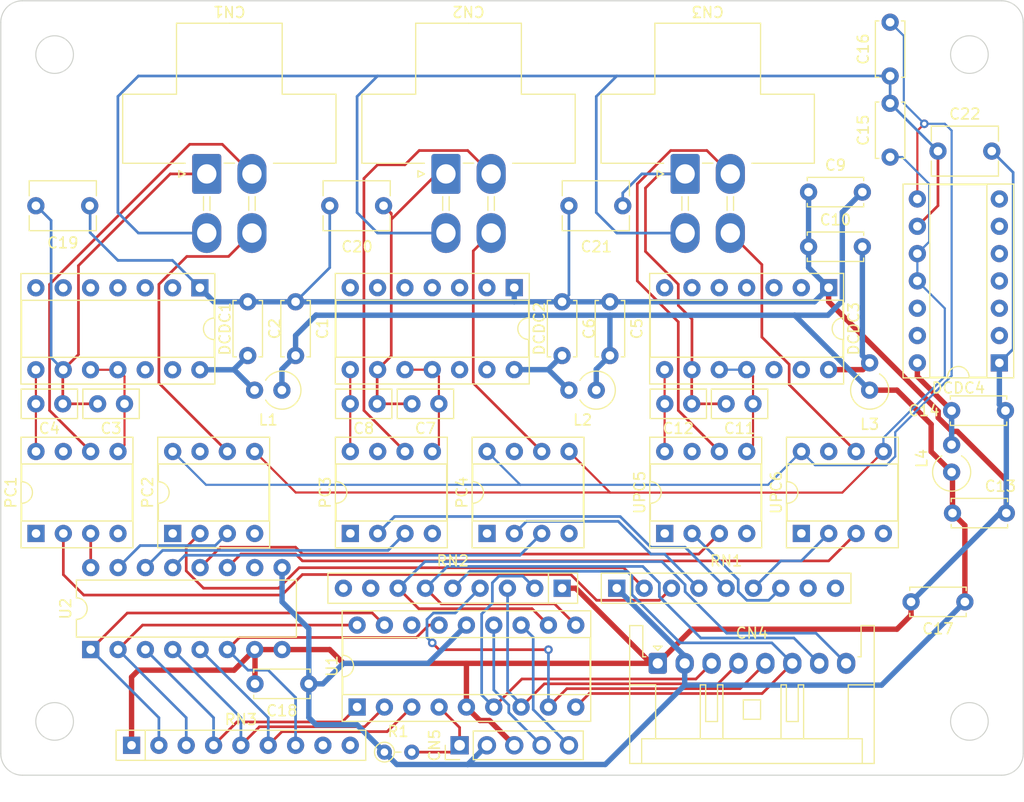
<source format=kicad_pcb>
(kicad_pcb (version 20221018) (generator pcbnew)
  (layers (0 "F.Cu" signal) (31 "B.Cu" signal) (34 "B.Paste" user) (35 "F.Paste" user) (36 "B.SilkS" user "B.Silkscreen") (37 "F.SilkS" user "F.Silkscreen") (38 "B.Mask" user) (39 "F.Mask" user) (44 "Edge.Cuts" user))
  (net 0 "")
  (net 1 "GND")
  (net 2 "+5V")
  (net 3 "/IN1")
  (net 4 "/IN2")
  (net 5 "/IN3")
  (net 6 "/~{SD1}")
  (net 7 "/~{SD2}")
  (net 8 "/~{SD3}")
  (net 9 "/~{MCLR}")
  (net 10 "/PGD")
  (net 11 "/PGC")
  (net 18 "/U_H+")
  (net 19 "/U_H-")
  (net 28 "/V_H+")
  (net 29 "/V_H-")
  (net 38 "/W_H+")
  (net 39 "/W_H-")
  (net 48 "/L+")
  (net 49 "/L-")
  (net 53 "Net-(PC1-A)")
  (net 54 "Net-(PC1-C)")
  (net 58 "Net-(PC2-A)")
  (net 59 "Net-(PC2-C)")
  (net 63 "Net-(PC3-A)")
  (net 64 "Net-(PC3-C)")
  (net 68 "Net-(PC4-A)")
  (net 69 "Net-(PC4-C)")
  (net 72 "Net-(RN1-R5)")
  (net 73 "Net-(RN1-R6)")
  (net 78 "/UH")
  (net 79 "/UL")
  (net 80 "/VH")
  (net 81 "/VL")
  (net 82 "/WH")
  (net 83 "/WL")
  (net 87 "Net-(U2-O6)")
  (net 88 "Net-(U2-O5)")
  (net 95 "/U_H0V")
  (net 96 "/U_HO")
  (net 97 "/L0V")
  (net 98 "/U_LO")
  (net 99 "/V_H0V")
  (net 100 "/V_HO")
  (net 101 "/V_LO")
  (net 102 "/W_H0V")
  (net 103 "/W_HO")
  (net 104 "/W_LO")
  (net 105 "Net-(DCDC1-VIN+)")
  (net 106 "Net-(DCDC2-VIN+)")
  (net 107 "Net-(DCDC3-VIN+)")
  (net 108 "Net-(DCDC4-VIN+)")
  (footprint "Capacitor_THT:C_Disc_D5.0mm_W2.5mm_P5.00mm" (layer "F.Cu") (at 97.155 67.985 -90)
    (fp_text reference "C6")
    (fp_text value "4.7u")
  )
  (footprint "Capacitor_THT:C_Disc_D5.0mm_W2.5mm_P2.50mm" (layer "F.Cu") (at 109.2 77.47 180)
    (fp_text reference "C12")
    (fp_text value "0.47u")
  )
  (footprint "Capacitor_THT:C_Disc_D5.0mm_W2.5mm_P5.00mm" (layer "F.Cu") (at 101.6 67.985 -90)
    (fp_text reference "C5")
    (fp_text value "4.7u")
  )
  (footprint "Resistor_THT:R_Axial_DIN0204_L3.6mm_D1.6mm_P2.54mm_Vertical" (layer "F.Cu") (at 80.645 109.855)
    (fp_text reference "R1")
    (fp_text value "22k")
  )
  (footprint "Capacitor_THT:C_Disc_D5.0mm_W2.5mm_P5.00mm" (layer "F.Cu") (at 67.945 67.985 -90)
    (fp_text reference "C2")
    (fp_text value "4.7u")
  )
  (footprint "Inductor_THT:L_Axial_L7.0mm_D3.3mm_P2.54mm_Vertical_Fastron_MICC" (layer "F.Cu") (at 100.33 76.2 180)
    (fp_text reference "L2")
    (fp_text value "6.8u")
  )
  (footprint "Capacitor_THT:C_Disc_D5.0mm_W2.5mm_P5.00mm" (layer "F.Cu") (at 73.62 103.505 180)
    (fp_text reference "C18")
    (fp_text value "0.1u")
  )
  (footprint "Package_DIP:DIP-14_W7.62mm_Socket" (layer "F.Cu") (at 63.5 66.685 -90)
    (fp_text reference "DCDC1")
    (fp_text value "A2415D-1WR3")
  )
  (footprint "Package_DIP:DIP-16_W7.62mm" (layer "F.Cu") (at 53.355 100.32 90)
    (fp_text reference "U2")
    (fp_text value "TBD62003APG")
  )
  (footprint "Package_DIP:DIP-8_W7.62mm_Socket" (layer "F.Cu") (at 90.18 89.525 90)
    (fp_text reference "PC4")
    (fp_text value "TLP250H")
  )
  (footprint "Resistor_THT:R_Array_SIP9" (layer "F.Cu") (at 57.15 109.22)
    (fp_text reference "RN3")
    (fp_text value "10k")
  )
  (footprint "Capacitor_THT:C_Disc_D5.0mm_W2.5mm_P2.50mm" (layer "F.Cu") (at 85.705 77.47 180)
    (fp_text reference "C7")
    (fp_text value "0.47u")
  )
  (footprint "Package_DIP:DIP-8_W7.62mm_Socket" (layer "F.Cu") (at 77.48 89.525 90)
    (fp_text reference "PC3")
    (fp_text value "TLP250H")
  )
  (footprint "Package_DIP:DIP-8_W7.62mm_Socket" (layer "F.Cu") (at 48.27 89.525 90)
    (fp_text reference "PC1")
    (fp_text value "TLP250H")
  )
  (footprint "Capacitor_THT:C_Disc_D5.0mm_W2.5mm_P5.00mm" (layer "F.Cu") (at 133.43 87.63)
    (fp_text reference "C13")
    (fp_text value "4.7u")
  )
  (footprint "Package_DIP:DIP-8_W7.62mm_Socket" (layer "F.Cu") (at 119.39 89.525 90)
    (fp_text reference "UPC6")
    (fp_text value "TLP250H")
  )
  (footprint "Capacitor_THT:C_Disc_D6.0mm_W4.4mm_P5.00mm" (layer "F.Cu") (at 53.26 59.055 180)
    (fp_text reference "C19")
    (fp_text value "1000p")
  )
  (footprint "Package_DIP:DIP-14_W7.62mm_Socket" (layer "F.Cu") (at 121.92 66.675 -90)
    (fp_text reference "DCDC3")
    (fp_text value "A2415D-1WR3")
  )
  (footprint "Resistor_THT:R_Array_SIP9" (layer "F.Cu") (at 97.155 94.615 180)
    (fp_text reference "RN2")
    (fp_text value "10k")
  )
  (footprint "Capacitor_THT:C_Disc_D5.0mm_W2.5mm_P5.00mm" (layer "F.Cu") (at 127.635 54.53 90)
    (fp_text reference "C15")
    (fp_text value "1u")
  )
  (footprint "Capacitor_THT:C_Disc_D6.0mm_W4.4mm_P5.00mm" (layer "F.Cu") (at 75.565 59.055)
    (fp_text reference "C20")
    (fp_text value "1000p")
  )
  (footprint "Package_DIP:DIP-8_W7.62mm_Socket" (layer "F.Cu") (at 60.97 89.525 90)
    (fp_text reference "PC2")
    (fp_text value "TLP250H")
  )
  (footprint "Package_DIP:DIP-18_W7.62mm_Socket" (layer "F.Cu") (at 78.105 105.664 90)
    (fp_text reference "U1")
    (fp_text value "PIC16F88-IP")
  )
  (footprint "Resistor_THT:R_Array_SIP9" (layer "F.Cu") (at 102.235 94.615)
    (fp_text reference "RN1")
    (fp_text value "R_Network08")
  )
  (footprint "Package_DIP:DIP-14_W7.62mm_Socket" (layer "F.Cu") (at 137.785 73.665 180)
    (fp_text reference "DCDC4")
    (fp_text value "A2415D-2WR3")
  )
  (footprint "Capacitor_THT:C_Disc_D5.0mm_W2.5mm_P2.50mm" (layer "F.Cu") (at 114.895 77.47 180)
    (fp_text reference "C11")
    (fp_text value "0.47u")
  )
  (footprint "Connector_PinHeader_2.54mm:PinHeader_1x05_P2.54mm_Vertical" (layer "F.Cu") (at 87.63 109.22 90)
    (fp_text reference "CN5")
    (fp_text value "PinHeader_5P")
  )
  (footprint "Capacitor_THT:C_Disc_D5.0mm_W2.5mm_P2.50mm" (layer "F.Cu") (at 50.76 77.47 180)
    (fp_text reference "C4")
    (fp_text value "0.47u")
  )
  (footprint "Inductor_THT:L_Axial_L7.0mm_D3.3mm_P2.54mm_Vertical_Fastron_MICC" (layer "F.Cu") (at 133.35 83.82 90)
    (fp_text reference "L4")
    (fp_text value "6.8u")
  )
  (footprint "Package_DIP:DIP-14_W7.62mm_Socket" (layer "F.Cu") (at 92.71 66.675 -90)
    (fp_text reference "DCDC2")
    (fp_text value "A2415D-1WR3")
  )
  (footprint "Capacitor_THT:C_Disc_D6.0mm_W4.4mm_P5.00mm" (layer "F.Cu") (at 132.08 53.975)
    (fp_text reference "C22")
    (fp_text value "1000p")
  )
  (footprint "Capacitor_THT:C_Disc_D6.0mm_W4.4mm_P5.00mm" (layer "F.Cu") (at 97.79 59.055)
    (fp_text reference "C21")
    (fp_text value "1000p")
  )
  (footprint "Connector_Molex:Molex_Mini-Fit_Jr_5569-04A1_2x02_P4.20mm_Horizontal" (layer "F.Cu") (at 86.36 56.095)
    (fp_text reference "CN2")
    (fp_text value "Molex_5569_2x02")
  )
  (footprint "Capacitor_THT:C_Disc_D5.0mm_W2.5mm_P5.00mm" (layer "F.Cu") (at 134.58 95.885 180)
    (fp_text reference "C17")
    (fp_text value "50V 10u")
  )
  (footprint "Capacitor_THT:C_Disc_D5.0mm_W2.5mm_P5.00mm" (layer "F.Cu") (at 127.635 46.99 90)
    (fp_text reference "C16")
    (fp_text value "1u")
  )
  (footprint "Connector_Molex:Molex_Mini-Fit_Jr_5569-04A1_2x02_P4.20mm_Horizontal" (layer "F.Cu") (at 108.585 56.095)
    (fp_text reference "CN3")
    (fp_text value "Molex_5569_2x02")
  )
  (footprint "Capacitor_THT:C_Disc_D5.0mm_W2.5mm_P2.50mm" (layer "F.Cu") (at 56.495 77.47 180)
    (fp_text reference "C3")
    (fp_text value "0.47u")
  )
  (footprint "Connector_Molex:Molex_Mini-Fit_Jr_5569-04A1_2x02_P4.20mm_Horizontal" (layer "F.Cu") (at 64.135 56.095)
    (fp_text reference "CN1")
    (fp_text value "Molex_5569_2x02")
  )
  (footprint "Capacitor_THT:C_Disc_D5.0mm_W2.5mm_P5.00mm" (layer "F.Cu") (at 120.055 57.785)
    (fp_text reference "C9")
    (fp_text value "4.7u")
  )
  (footprint "Capacitor_THT:C_Disc_D5.0mm_W2.5mm_P5.00mm" (layer "F.Cu") (at 133.35 78.105)
    (fp_text reference "C14")
    (fp_text value "4.7u")
  )
  (footprint "Capacitor_THT:C_Disc_D5.0mm_W2.5mm_P2.50mm" (layer "F.Cu") (at 79.97 77.47 180)
    (fp_text reference "C8")
    (fp_text value "0.47u")
  )
  (footprint "Inductor_THT:L_Axial_L7.0mm_D3.3mm_P2.54mm_Vertical_Fastron_MICC" (layer "F.Cu") (at 71.12 76.2 180)
    (fp_text reference "L1")
    (fp_text value "6.8u")
  )
  (footprint "Capacitor_THT:C_Disc_D5.0mm_W2.5mm_P5.00mm" (layer "F.Cu") (at 120.055 62.865)
    (fp_text reference "C10")
    (fp_text value "4.7u")
  )
  (footprint "Package_DIP:DIP-8_W7.62mm_Socket" (layer "F.Cu") (at 106.69 89.525 90)
    (fp_text reference "UPC5")
    (fp_text value "TLP250H")
  )
  (footprint "Inductor_THT:L_Axial_L7.0mm_D3.3mm_P2.54mm_Vertical_Fastron_MICC" (layer "F.Cu") (at 125.73 76.2 90)
    (fp_text reference "L3")
    (fp_text value "6.8u")
  )
  (footprint "Capacitor_THT:C_Disc_D5.0mm_W2.5mm_P5.00mm" (layer "F.Cu") (at 72.39 67.985 -90)
    (fp_text reference "C1")
    (fp_text value "4.7u")
  )
  (footprint "Connector_JST:JST_XA_S08B-XASK-1N-BN_1x08_P2.50mm_Horizontal" (layer "F.Cu") (at 106.045 101.6)
    (fp_text reference "CN4")
    (fp_text value "JST_XA_8P_H")
  )
  (gr_arc (start 45 42) (mid 45.585786 40.585786) (end 47 40) (stroke (width 0.1)) (layer "Edge.Cuts"))
  (gr_circle (center 50 45) (end 50 46.75) (stroke (width 0.1)) (fill none) (layer "Edge.Cuts"))
  (gr_line (start 138 40) (end 47 40) (stroke (width 0.1)) (layer "Edge.Cuts"))
  (gr_arc (start 140 110) (mid 139.414214 111.414214) (end 138 112) (stroke (width 0.1)) (layer "Edge.Cuts"))
  (gr_line (start 45 42) (end 45 110) (stroke (width 0.1)) (layer "Edge.Cuts"))
  (gr_line (start 140 110) (end 140 42) (stroke (width 0.1)) (layer "Edge.Cuts"))
  (gr_arc (start 47 112) (mid 45.585786 111.414214) (end 45 110) (stroke (width 0.1)) (layer "Edge.Cuts"))
  (gr_line (start 47 112) (end 138 112) (stroke (width 0.1)) (layer "Edge.Cuts"))
  (gr_circle (center 135 107) (end 135 108.75) (stroke (width 0.1)) (fill none) (layer "Edge.Cuts"))
  (gr_circle (center 50 107) (end 50 108.75) (stroke (width 0.1)) (fill none) (layer "Edge.Cuts"))
  (gr_arc (start 138 40) (mid 139.414214 40.585786) (end 140 42) (stroke (width 0.1)) (layer "Edge.Cuts"))
  (gr_circle (center 135 45) (end 135 46.75) (stroke (width 0.1)) (fill none) (layer "Edge.Cuts"))
  (segment (start 132.1 78.76) (end 133.37 80.03) (width 0.5) (layer "F.Cu") (net 1))
  (segment (start 88.265 105.664) (end 89.515 106.914) (width 0.5) (layer "F.Cu") (net 1))
  (segment (start 129.58 97.115) (end 128.27 98.425) (width 0.5) (layer "F.Cu") (net 1))
  (segment (start 68.62 100.345) (end 68.595 100.32) (width 0.5) (layer "F.Cu") (net 1))
  (segment (start 68.595 100.32) (end 66.68 102.235) (width 0.5) (layer "F.Cu") (net 1))
  (segment (start 68.62 103.505) (end 68.62 100.345) (width 0.5) (layer "F.Cu") (net 1))
  (segment (start 89.515 106.914) (end 90.404 106.914) (width 0.5) (layer "F.Cu") (net 1))
  (segment (start 57.15 102.87) (end 57.15 109.22) (width 0.5) (layer "F.Cu") (net 1))
  (segment (start 66.68 102.235) (end 57.785 102.235) (width 0.5) (layer "F.Cu") (net 1))
  (segment (start 88.265 105.664) (end 88.265 101.6) (width 0.5) (layer "F.Cu") (net 1))
  (segment (start 97.17 94.615) (end 98.425 94.615) (width 0.5) (layer "F.Cu") (net 1))
  (segment (start 76.835 101.6) (end 75.555 100.32) (width 0.5) (layer "F.Cu") (net 1))
  (segment (start 106.045 101.6) (end 109.22 98.425) (width 0.5) (layer "F.Cu") (net 1))
  (segment (start 121.92 66.675) (end 121.92 67.975) (width 0.5) (layer "F.Cu") (net 1))
  (segment (start 109.22 98.425) (end 128.27 98.425) (width 0.5) (layer "F.Cu") (net 1))
  (segment (start 132.1 78.155) (end 132.1 78.76) (width 0.5) (layer "F.Cu") (net 1))
  (segment (start 90.404 106.914) (end 92.71 109.22) (width 0.5) (layer "F.Cu") (net 1))
  (segment (start 88.265 101.6) (end 106.045 101.6) (width 0.5) (layer "F.Cu") (net 1))
  (segment (start 133.37 80.03) (end 133.867767 80.03) (width 0.5) (layer "F.Cu") (net 1))
  (segment (start 57.785 102.235) (end 57.15 102.87) (width 0.5) (layer "F.Cu") (net 1))
  (segment (start 105.41 101.6) (end 106.045 101.6) (width 0.5) (layer "F.Cu") (net 1))
  (segment (start 129.58 95.885) (end 129.58 97.115) (width 0.5) (layer "F.Cu") (net 1))
  (segment (start 138.43 84.592233) (end 138.43 87.63) (width 0.5) (layer "F.Cu") (net 1))
  (segment (start 88.265 101.6) (end 76.835 101.6) (width 0.5) (layer "F.Cu") (net 1))
  (segment (start 133.867767 80.03) (end 138.43 84.592233) (width 0.5) (layer "F.Cu") (net 1))
  (segment (start 98.425 94.615) (end 105.41 101.6) (width 0.5) (layer "F.Cu") (net 1))
  (segment (start 75.555 100.32) (end 68.595 100.32) (width 0.5) (layer "F.Cu") (net 1))
  (segment (start 121.92 67.975) (end 132.1 78.155) (width 0.5) (layer "F.Cu") (net 1))
  (segment (start 138.43 78.185) (end 138.35 78.105) (width 0.5) (layer "B.Cu") (net 1))
  (segment (start 75.565 59.055) (end 75.565 64.81) (width 0.25) (layer "B.Cu") (net 1))
  (segment (start 137.785 77.54) (end 138.35 78.105) (width 0.5) (layer "B.Cu") (net 1))
  (segment (start 139.065 72.385) (end 139.065 55.96) (width 0.25) (layer "B.Cu") (net 1))
  (segment (start 137.785 73.665) (end 139.065 72.385) (width 0.25) (layer "B.Cu") (net 1))
  (segment (start 67.945 67.985) (end 64.8 67.985) (width 0.5) (layer "B.Cu") (net 1))
  (segment (start 92.71 66.675) (end 92.71 67.985) (width 0.5) (layer "B.Cu") (net 1))
  (segment (start 138.43 87.63) (end 138.43 78.185) (width 0.5) (layer "B.Cu") (net 1))
  (segment (start 92.71 67.985) (end 120.61 67.985) (width 0.5) (layer "B.Cu") (net 1))
  (segment (start 97.79 67.35) (end 97.155 67.985) (width 0.25) (layer "B.Cu") (net 1))
  (segment (start 120.055 64.81) (end 121.92 66.675) (width 0.5) (layer "B.Cu") (net 1))
  (segment (start 129.58 95.885) (end 137.835 87.63) (width 0.5) (layer "B.Cu") (net 1))
  (segment (start 67.945 67.985) (end 92.71 67.985) (width 0.5) (layer "B.Cu") (net 1))
  (segment (start 64.8 67.985) (end 63.5 66.685) (width 0.5) (layer "B.Cu") (net 1))
  (segment (start 53.3 61.555) (end 53.3 59.055) (width 0.25) (layer "B.Cu") (net 1))
  (segment (start 97.79 59.055) (end 97.79 67.35) (width 0.25) (layer "B.Cu") (net 1))
  (segment (start 55.88 64.135) (end 53.3 61.555) (width 0.25) (layer "B.Cu") (net 1))
  (segment (start 120.055 57.785) (end 120.055 62.865) (width 0.5) (layer "B.Cu") (net 1))
  (segment (start 137.835 87.63) (end 138.43 87.63) (width 0.5) (layer "B.Cu") (net 1))
  (segment (start 137.785 73.665) (end 137.785 77.54) (width 0.5) (layer "B.Cu") (net 1))
  (segment (start 120.055 62.865) (end 120.055 64.81) (width 0.5) (layer "B.Cu") (net 1))
  (segment (start 120.61 67.985) (end 121.92 66.675) (width 0.5) (layer "B.Cu") (net 1))
  (segment (start 139.065 55.96) (end 137.08 53.975) (width 0.25) (layer "B.Cu") (net 1))
  (segment (start 63.5 66.685) (end 60.95 64.135) (width 0.25) (layer "B.Cu") (net 1))
  (segment (start 60.95 64.135) (end 55.88 64.135) (width 0.25) (layer "B.Cu") (net 1))
  (segment (start 75.565 64.81) (end 72.39 67.985) (width 0.25) (layer "B.Cu") (net 1))
  (segment (start 133.43 87.63) (end 133.43 83.9) (width 0.5) (layer "F.Cu") (net 2))
  (segment (start 134.58 95.885) (end 134.58 88.78) (width 0.5) (layer "F.Cu") (net 2))
  (segment (start 131.445 79.375) (end 131.445 81.915) (width 0.5) (layer "F.Cu") (net 2))
  (segment (start 128.27 76.2) (end 131.445 79.375) (width 0.5) (layer "F.Cu") (net 2))
  (segment (start 125.73 76.2) (end 128.27 76.2) (width 0.5) (layer "F.Cu") (net 2))
  (segment (start 134.58 88.78) (end 133.43 87.63) (width 0.5) (layer "F.Cu") (net 2))
  (segment (start 131.445 81.915) (end 133.35 83.82) (width 0.5) (layer "F.Cu") (net 2))
  (segment (start 133.43 83.9) (end 133.35 83.82) (width 0.5) (layer "F.Cu") (net 2))
  (segment (start 108.545 101.6) (end 108.545 103.625) (width 0.5) (layer "B.Cu") (net 2))
  (segment (start 102.235 94.615) (end 108.545 100.925) (width 0.5) (layer "B.Cu") (net 2))
  (segment (start 74.315 69.235) (end 101.6 69.235) (width 0.5) (layer "B.Cu") (net 2))
  (segment (start 74.295 107.315) (end 78.105 107.315) (width 0.5) (layer "B.Cu") (net 2))
  (segment (start 101.6 72.985) (end 101.6 69.235) (width 0.5) (layer "B.Cu") (net 2))
  (segment (start 81.795 111.005) (end 88.385 111.005) (width 0.5) (layer "B.Cu") (net 2))
  (segment (start 73.62 98.37) (end 73.62 103.505) (width 0.5) (layer "B.Cu") (net 2))
  (segment (start 108.545 100.925) (end 108.545 101.6) (width 0.5) (layer "B.Cu") (net 2))
  (segment (start 126.84 103.625) (end 134.58 95.885) (width 0.5) (layer "B.Cu") (net 2))
  (segment (start 108.545 103.625) (end 126.84 103.625) (width 0.5) (layer "B.Cu") (net 2))
  (segment (start 101.165 111.005) (end 88.385 111.005) (width 0.5) (layer "B.Cu") (net 2))
  (segment (start 71.135 95.885) (end 73.62 98.37) (width 0.5) (layer "B.Cu") (net 2))
  (segment (start 71.135 95.885) (end 71.135 92.7) (width 0.5) (layer "B.Cu") (net 2))
  (segment (start 71.12 74.255) (end 72.39 72.985) (width 0.5) (layer "B.Cu") (net 2))
  (segment (start 73.62 103.505) (end 73.62 106.64) (width 0.5) (layer "B.Cu") (net 2))
  (segment (start 72.39 72.985) (end 72.39 71.12) (width 0.5) (layer "B.Cu") (net 2))
  (segment (start 121.86 69.235) (end 118.765 69.235) (width 0.5) (layer "B.Cu") (net 2))
  (segment (start 123.19 59.65) (end 123.19 67.905) (width 0.5) (layer "B.Cu") (net 2))
  (segment (start 118.765 69.235) (end 125.73 76.2) (width 0.5) (layer "B.Cu") (net 2))
  (segment (start 108.545 103.625) (end 101.165 111.005) (width 0.5) (layer "B.Cu") (net 2))
  (segment (start 73.62 106.64) (end 74.295 107.315) (width 0.5) (layer "B.Cu") (net 2))
  (segment (start 74.295 69.215) (end 74.315 69.235) (width 0.5) (layer "B.Cu") (net 2))
  (segment (start 72.39 71.12) (end 74.295 69.215) (width 0.5) (layer "B.Cu") (net 2))
  (segment (start 71.12 76.2) (end 71.12 74.255) (width 0.5) (layer "B.Cu") (net 2))
  (segment (start 78.105 107.315) (end 80.645 109.855) (width 0.5) (layer "B.Cu") (net 2))
  (segment (start 123.19 67.905) (end 121.86 69.235) (width 0.5) (layer "B.Cu") (net 2))
  (segment (start 80.645 109.855) (end 81.795 111.005) (width 0.5) (layer "B.Cu") (net 2))
  (segment (start 76.835 101.6) (end 84.709 101.6) (width 0.5) (layer "B.Cu") (net 2))
  (segment (start 125.055 57.785) (end 123.19 59.65) (width 0.5) (layer "B.Cu") (net 2))
  (segment (start 84.709 101.6) (end 88.265 98.044) (width 0.5) (layer "B.Cu") (net 2))
  (segment (start 101.6 69.235) (end 118.765 69.235) (width 0.5) (layer "B.Cu") (net 2))
  (segment (start 100.33 74.255) (end 101.6 72.985) (width 0.5) (layer "B.Cu") (net 2))
  (segment (start 88.385 111.005) (end 90.17 109.22) (width 0.5) (layer "B.Cu") (net 2))
  (segment (start 100.33 76.2) (end 100.33 74.255) (width 0.5) (layer "B.Cu") (net 2))
  (segment (start 74.93 103.505) (end 76.835 101.6) (width 0.5) (layer "B.Cu") (net 2))
  (segment (start 73.62 103.505) (end 74.93 103.505) (width 0.5) (layer "B.Cu") (net 2))
  (segment (start 109.59 103.055) (end 111.045 101.6) (width 0.25) (layer "F.Cu") (net 3))
  (segment (start 93.414 103.055) (end 109.59 103.055) (width 0.25) (layer "F.Cu") (net 3))
  (segment (start 90.805 105.664) (end 93.414 103.055) (width 0.25) (layer "F.Cu") (net 3))
  (segment (start 93.505 93.49) (end 91.295 93.49) (width 0.25) (layer "B.Cu") (net 3))
  (segment (start 90.675 94.11) (end 90.675 96.015) (width 0.25) (layer "B.Cu") (net 3))
  (segment (start 90.675 96.015) (end 89.68 97.01) (width 0.25) (layer "B.Cu") (net 3))
  (segment (start 91.295 93.49) (end 90.675 94.11) (width 0.25) (layer "B.Cu") (net 3))
  (segment (start 94.63 94.615) (end 93.505 93.49) (width 0.25) (layer "B.Cu") (net 3))
  (segment (start 89.68 97.01) (end 89.68 104.539) (width 0.25) (layer "B.Cu") (net 3))
  (segment (start 89.68 104.539) (end 90.805 105.664) (width 0.25) (layer "B.Cu") (net 3))
  (segment (start 111.64 103.505) (end 113.545 101.6) (width 0.25) (layer "F.Cu") (net 4))
  (segment (start 93.345 105.664) (end 95.504 103.505) (width 0.25) (layer "F.Cu") (net 4))
  (segment (start 95.504 103.505) (end 111.64 103.505) (width 0.25) (layer "F.Cu") (net 4))
  (segment (start 92.09 104.155) (end 92.09 94.615) (width 0.25) (layer "B.Cu") (net 4))
  (segment (start 92.09 104.155) (end 93.345 105.41) (width 0.25) (layer "B.Cu") (net 4))
  (segment (start 93.345 105.41) (end 93.345 105.664) (width 0.25) (layer "B.Cu") (net 4))
  (segment (start 85.725 100.33) (end 85.09 99.695) (width 0.25) (layer "F.Cu") (net 5))
  (segment (start 95.885 100.33) (end 85.725 100.33) (width 0.25) (layer "F.Cu") (net 5))
  (segment (start 113.69 103.955) (end 116.045 101.6) (width 0.25) (layer "F.Cu") (net 5))
  (segment (start 97.594 103.955) (end 113.69 103.955) (width 0.25) (layer "F.Cu") (net 5))
  (segment (start 95.885 105.664) (end 97.594 103.955) (width 0.25) (layer "F.Cu") (net 5))
  (via (at 95.885 100.33) (size 0.8) (drill 0.4) (layers "F.Cu" "B.Cu") (net 5))
  (via (at 85.09 99.695) (size 0.8) (drill 0.4) (layers "F.Cu" "B.Cu") (net 5))
  (segment (start 84.6 97.518) (end 84.6 99.205) (width 0.25) (layer "B.Cu") (net 5))
  (segment (start 87.231 96.919) (end 85.199 96.919) (width 0.25) (layer "B.Cu") (net 5))
  (segment (start 84.6 99.205) (end 85.09 99.695) (width 0.25) (layer "B.Cu") (net 5))
  (segment (start 89.535 94.615) (end 87.231 96.919) (width 0.25) (layer "B.Cu") (net 5))
  (segment (start 85.199 96.919) (end 84.6 97.518) (width 0.25) (layer "B.Cu") (net 5))
  (segment (start 95.885 105.664) (end 95.885 100.33) (width 0.25) (layer "B.Cu") (net 5))
  (segment (start 99.684 104.405) (end 115.74 104.405) (width 0.25) (layer "F.Cu") (net 6))
  (segment (start 98.425 105.664) (end 99.684 104.405) (width 0.25) (layer "F.Cu") (net 6))
  (segment (start 115.74 104.405) (end 118.545 101.6) (width 0.25) (layer "F.Cu") (net 6))
  (segment (start 103.65 93.49) (end 103.65 95.216828) (width 0.25) (layer "B.Cu") (net 6))
  (segment (start 116.64 99.695) (end 118.545 101.6) (width 0.25) (layer "B.Cu") (net 6))
  (segment (start 88.585 93.04) (end 103.2 93.04) (width 0.25) (layer "B.Cu") (net 6))
  (segment (start 103.2 93.04) (end 103.65 93.49) (width 0.25) (layer "B.Cu") (net 6))
  (segment (start 108.128172 99.695) (end 116.64 99.695) (width 0.25) (layer "B.Cu") (net 6))
  (segment (start 87.01 94.615) (end 88.585 93.04) (width 0.25) (layer "B.Cu") (net 6))
  (segment (start 103.65 95.216828) (end 108.128172 99.695) (width 0.25) (layer "B.Cu") (net 6))
  (segment (start 84.47 94.615) (end 85.925 96.07) (width 0.25) (layer "F.Cu") (net 7))
  (segment (start 98.425 98.044) (end 96.451 96.07) (width 0.25) (layer "F.Cu") (net 7))
  (segment (start 96.451 96.07) (end 85.925 96.07) (width 0.25) (layer "F.Cu") (net 7))
  (segment (start 86.495 92.59) (end 104.655 92.59) (width 0.25) (layer "B.Cu") (net 7))
  (segment (start 118.69 99.245) (end 121.045 101.6) (width 0.25) (layer "B.Cu") (net 7))
  (segment (start 106.19 95.395) (end 110.04 99.245) (width 0.25) (layer "B.Cu") (net 7))
  (segment (start 84.47 94.615) (end 86.495 92.59) (width 0.25) (layer "B.Cu") (net 7))
  (segment (start 110.04 99.245) (end 118.69 99.245) (width 0.25) (layer "B.Cu") (net 7))
  (segment (start 106.19 94.125) (end 106.19 95.395) (width 0.25) (layer "B.Cu") (net 7))
  (segment (start 104.655 92.59) (end 106.19 94.125) (width 0.25) (layer "B.Cu") (net 7))
  (segment (start 83.835 96.52) (end 81.93 94.615) (width 0.25) (layer "F.Cu") (net 8))
  (segment (start 94.361 96.52) (end 83.835 96.52) (width 0.25) (layer "F.Cu") (net 8))
  (segment (start 95.885 98.044) (end 94.361 96.52) (width 0.25) (layer "F.Cu") (net 8))
  (segment (start 81.93 94.615) (end 84.405 92.14) (width 0.25) (layer "B.Cu") (net 8))
  (segment (start 84.405 92.14) (end 106.430991 92.14) (width 0.25) (layer "B.Cu") (net 8))
  (segment (start 106.430991 92.14) (end 108.585 94.294009) (width 0.25) (layer "B.Cu") (net 8))
  (segment (start 112.444009 98.795) (end 120.74 98.795) (width 0.25) (layer "B.Cu") (net 8))
  (segment (start 108.585 94.935991) (end 112.444009 98.795) (width 0.25) (layer "B.Cu") (net 8))
  (segment (start 108.585 94.294009) (end 108.585 94.935991) (width 0.25) (layer "B.Cu") (net 8))
  (segment (start 120.74 98.795) (end 123.545 101.6) (width 0.25) (layer "B.Cu") (net 8))
  (segment (start 83.185 109.855) (end 86.995 109.855) (width 0.25) (layer "F.Cu") (net 9))
  (segment (start 87.63 109.22) (end 87.63 107.569) (width 0.25) (layer "F.Cu") (net 9))
  (segment (start 87.63 107.569) (end 85.725 105.664) (width 0.25) (layer "F.Cu") (net 9))
  (segment (start 86.995 109.855) (end 87.63 109.22) (width 0.25) (layer "F.Cu") (net 9))
  (segment (start 92.202 106.172) (end 95.25 109.22) (width 0.25) (layer "B.Cu") (net 10))
  (segment (start 90.805 104.073009) (end 92.202 105.470009) (width 0.25) (layer "B.Cu") (net 10))
  (segment (start 90.805 98.044) (end 90.805 104.073009) (width 0.25) (layer "B.Cu") (net 10))
  (segment (start 92.202 105.470009) (end 92.202 106.172) (width 0.25) (layer "B.Cu") (net 10))
  (segment (start 94.47 99.169) (end 94.47 105.9) (width 0.25) (layer "B.Cu") (net 11))
  (segment (start 93.345 98.044) (end 94.47 99.169) (width 0.25) (layer "B.Cu") (net 11))
  (segment (start 94.47 105.9) (end 97.79 109.22) (width 0.25) (layer "B.Cu") (net 11))
  (segment (start 48.26 81.895) (end 48.27 81.905) (width 0.2) (layer "F.Cu") (net 18))
  (segment (start 48.26 74.305) (end 48.26 81.895) (width 0.2) (layer "F.Cu") (net 18))
  (segment (start 56.495 74.92) (end 55.88 74.305) (width 0.2) (layer "F.Cu") (net 19))
  (segment (start 56.495 77.47) (end 56.495 74.92) (width 0.2) (layer "F.Cu") (net 19))
  (segment (start 56.495 81.3) (end 55.89 81.905) (width 0.2) (layer "F.Cu") (net 19))
  (segment (start 53.34 74.305) (end 55.88 74.305) (width 0.2) (layer "F.Cu") (net 19))
  (segment (start 56.495 77.47) (end 56.495 81.3) (width 0.2) (layer "F.Cu") (net 19))
  (segment (start 77.47 81.895) (end 77.48 81.905) (width 0.2) (layer "F.Cu") (net 28))
  (segment (start 77.47 74.295) (end 77.47 81.895) (width 0.2) (layer "F.Cu") (net 28))
  (segment (start 82.55 74.295) (end 85.09 74.295) (width 0.2) (layer "F.Cu") (net 29))
  (segment (start 85.705 77.47) (end 85.705 74.91) (width 0.2) (layer "F.Cu") (net 29))
  (segment (start 85.705 74.91) (end 85.09 74.295) (width 0.2) (layer "F.Cu") (net 29))
  (segment (start 85.705 81.3) (end 85.1 81.905) (width 0.2) (layer "F.Cu") (net 29))
  (segment (start 85.705 77.47) (end 85.705 81.3) (width 0.2) (layer "F.Cu") (net 29))
  (segment (start 106.68 81.895) (end 106.69 81.905) (width 0.2) (layer "F.Cu") (net 38))
  (segment (start 106.68 74.295) (end 106.68 81.895) (width 0.2) (layer "F.Cu") (net 38))
  (segment (start 114.895 81.32) (end 114.31 81.905) (width 0.2) (layer "F.Cu") (net 39))
  (segment (start 114.895 77.47) (end 114.895 74.89) (width 0.2) (layer "F.Cu") (net 39))
  (segment (start 114.895 74.89) (end 114.3 74.295) (width 0.2) (layer "F.Cu") (net 39))
  (segment (start 114.895 77.47) (end 114.895 81.32) (width 0.2) (layer "F.Cu") (net 39))
  (segment (start 111.76 74.295) (end 114.3 74.295) (width 0.2) (layer "B.Cu") (net 39))
  (segment (start 130.165 58.425) (end 130.165 52.08) (width 0.2) (layer "F.Cu") (net 48))
  (segment (start 130.165 52.08) (end 130.81 51.435) (width 0.2) (layer "F.Cu") (net 48))
  (via (at 130.81 51.435) (size 0.8) (drill 0.4) (layers "F.Cu" "B.Cu") (net 48))
  (segment (start 120.67 83.185) (end 119.39 81.905) (width 0.2) (layer "B.Cu") (net 48))
  (segment (start 128.905 43.26) (end 128.905 49.53) (width 0.2) (layer "B.Cu") (net 48))
  (segment (start 93.275 85) (end 64.065 85) (width 0.2) (layer "B.Cu") (net 48))
  (segment (start 128.11 80.100686) (end 128.11 82.360635) (width 0.2) (layer "B.Cu") (net 48))
  (segment (start 116.295 85) (end 93.275 85) (width 0.2) (layer "B.Cu") (net 48))
  (segment (start 93.275 85) (end 90.18 81.905) (width 0.2) (layer "B.Cu") (net 48))
  (segment (start 119.39 81.905) (end 116.295 85) (width 0.2) (layer "B.Cu") (net 48))
  (segment (start 130.81 51.435) (end 132.715 51.435) (width 0.2) (layer "B.Cu") (net 48))
  (segment (start 132.715 51.435) (end 133.35 52.07) (width 0.2) (layer "B.Cu") (net 48))
  (segment (start 133.35 74.860686) (end 128.11 80.100686) (width 0.2) (layer "B.Cu") (net 48))
  (segment (start 128.905 49.53) (end 130.81 51.435) (width 0.2) (layer "B.Cu") (net 48))
  (segment (start 133.35 52.07) (end 133.35 74.860686) (width 0.2) (layer "B.Cu") (net 48))
  (segment (start 127.635 41.99) (end 128.905 43.26) (width 0.2) (layer "B.Cu") (net 48))
  (segment (start 64.065 85) (end 60.97 81.905) (width 0.2) (layer "B.Cu") (net 48))
  (segment (start 127.285635 83.185) (end 120.67 83.185) (width 0.2) (layer "B.Cu") (net 48))
  (segment (start 128.11 82.360635) (end 127.285635 83.185) (width 0.2) (layer "B.Cu") (net 48))
  (segment (start 72.4 85.715) (end 68.59 81.905) (width 0.2) (layer "F.Cu") (net 49))
  (segment (start 101.62 85.725) (end 101.61 85.715) (width 0.2) (layer "F.Cu") (net 49))
  (segment (start 101.61 85.715) (end 97.8 81.905) (width 0.2) (layer "F.Cu") (net 49))
  (segment (start 123.19 85.725) (end 101.62 85.725) (width 0.2) (layer "F.Cu") (net 49))
  (segment (start 101.61 85.715) (end 72.4 85.715) (width 0.2) (layer "F.Cu") (net 49))
  (segment (start 127.01 81.905) (end 123.19 85.725) (width 0.2) (layer "F.Cu") (net 49))
  (segment (start 127.01 80.635) (end 127.01 81.905) (width 0.2) (layer "B.Cu") (net 49))
  (segment (start 132.715 74.93) (end 127.01 80.635) (width 0.2) (layer "B.Cu") (net 49))
  (segment (start 131.265 62.405) (end 130.165 63.505) (width 0.2) (layer "B.Cu") (net 49))
  (segment (start 131.265 57.02863) (end 131.265 62.405) (width 0.2) (layer "B.Cu") (net 49))
  (segment (start 130.165 66.045) (end 130.165 63.505) (width 0.2) (layer "B.Cu") (net 49))
  (segment (start 128.76637 54.53) (end 131.265 57.02863) (width 0.2) (layer "B.Cu") (net 49))
  (segment (start 127.635 54.53) (end 128.76637 54.53) (width 0.2) (layer "B.Cu") (net 49))
  (segment (start 132.715 68.595) (end 132.715 74.93) (width 0.2) (layer "B.Cu") (net 49))
  (segment (start 130.165 66.045) (end 132.715 68.595) (width 0.2) (layer "B.Cu") (net 49))
  (segment (start 106.19 95.74) (end 100.363172 95.74) (width 0.25) (layer "F.Cu") (net 53))
  (segment (start 52.705 95.25) (end 50.81 93.355) (width 0.25) (layer "F.Cu") (net 53))
  (segment (start 100.363172 95.74) (end 97.968172 93.345) (width 0.25) (layer "F.Cu") (net 53))
  (segment (start 71.12 95.25) (end 52.705 95.25) (width 0.25) (layer "F.Cu") (net 53))
  (segment (start 107.315 94.615) (end 106.19 95.74) (width 0.25) (layer "F.Cu") (net 53))
  (segment (start 97.968172 93.345) (end 73.025 93.345) (width 0.25) (layer "F.Cu") (net 53))
  (segment (start 50.81 93.355) (end 50.81 89.525) (width 0.25) (layer "F.Cu") (net 53))
  (segment (start 73.025 93.345) (end 71.12 95.25) (width 0.25) (layer "F.Cu") (net 53))
  (segment (start 53.355 89.53) (end 53.35 89.525) (width 0.25) (layer "F.Cu") (net 54))
  (segment (start 53.355 92.7) (end 53.355 89.53) (width 0.25) (layer "F.Cu") (net 54))
  (segment (start 63.839009 94.615) (end 62.23 93.005991) (width 0.25) (layer "F.Cu") (net 58))
  (segment (start 104.775 94.615) (end 102.87 92.71) (width 0.25) (layer "F.Cu") (net 58))
  (segment (start 62.23 90.805) (end 63.51 89.525) (width 0.25) (layer "F.Cu") (net 58))
  (segment (start 62.23 93.005991) (end 62.23 90.805) (width 0.25) (layer "F.Cu") (net 58))
  (segment (start 70.810991 94.615) (end 63.839009 94.615) (width 0.25) (layer "F.Cu") (net 58))
  (segment (start 72.715991 92.71) (end 70.810991 94.615) (width 0.25) (layer "F.Cu") (net 58))
  (segment (start 102.87 92.71) (end 72.715991 92.71) (width 0.25) (layer "F.Cu") (net 58))
  (segment (start 55.895 92.7) (end 57.945 90.65) (width 0.25) (layer "B.Cu") (net 59))
  (segment (start 57.945 90.65) (end 64.925 90.65) (width 0.25) (layer "B.Cu") (net 59))
  (segment (start 64.925 90.65) (end 66.05 89.525) (width 0.25) (layer "B.Cu") (net 59))
  (segment (start 108.585 90.805) (end 105.41 90.805) (width 0.25) (layer "B.Cu") (net 63))
  (segment (start 105.41 90.805) (end 102.555 87.95) (width 0.25) (layer "B.Cu") (net 63))
  (segment (start 102.555 87.95) (end 81.595 87.95) (width 0.25) (layer "B.Cu") (net 63))
  (segment (start 112.395 94.615) (end 108.585 90.805) (width 0.25) (layer "B.Cu") (net 63))
  (segment (start 81.595 87.95) (end 80.02 89.525) (width 0.25) (layer "B.Cu") (net 63))
  (segment (start 58.435 92.7) (end 60.035 91.1) (width 0.25) (layer "B.Cu") (net 64))
  (segment (start 60.035 91.1) (end 80.985 91.1) (width 0.25) (layer "B.Cu") (net 64))
  (segment (start 80.985 91.1) (end 82.56 89.525) (width 0.25) (layer "B.Cu") (net 64))
  (segment (start 106.68 91.44) (end 105.408604 91.44) (width 0.25) (layer "B.Cu") (net 68))
  (segment (start 105.408604 91.44) (end 102.368604 88.4) (width 0.25) (layer "B.Cu") (net 68))
  (segment (start 102.368604 88.4) (end 93.845 88.4) (width 0.25) (layer "B.Cu") (net 68))
  (segment (start 93.845 88.4) (end 92.72 89.525) (width 0.25) (layer "B.Cu") (net 68))
  (segment (start 109.855 94.615) (end 106.68 91.44) (width 0.25) (layer "B.Cu") (net 68))
  (segment (start 93.235 91.55) (end 95.26 89.525) (width 0.25) (layer "B.Cu") (net 69))
  (segment (start 60.975 92.7) (end 62.125 91.55) (width 0.25) (layer "B.Cu") (net 69))
  (segment (start 62.125 91.55) (end 93.235 91.55) (width 0.25) (layer "B.Cu") (net 69))
  (segment (start 117.475 92.075) (end 119.38 92.075) (width 0.25) (layer "B.Cu") (net 72))
  (segment (start 119.38 92.075) (end 121.93 89.525) (width 0.25) (layer "B.Cu") (net 72))
  (segment (start 114.935 94.615) (end 117.475 92.075) (width 0.25) (layer "B.Cu") (net 72))
  (segment (start 113.52 93.815) (end 109.23 89.525) (width 0.25) (layer "B.Cu") (net 73))
  (segment (start 113.52 94.935991) (end 113.52 93.815) (width 0.25) (layer "B.Cu") (net 73))
  (segment (start 117.475 94.615) (end 116.35 95.74) (width 0.25) (layer "B.Cu") (net 73))
  (segment (start 116.35 95.74) (end 114.324009 95.74) (width 0.25) (layer "B.Cu") (net 73))
  (segment (start 114.324009 95.74) (end 113.52 94.935991) (width 0.25) (layer "B.Cu") (net 73))
  (segment (start 53.355 100.32) (end 56.756 96.919) (width 0.25) (layer "F.Cu") (net 78))
  (segment (start 79.52 96.919) (end 80.645 98.044) (width 0.25) (layer "F.Cu") (net 78))
  (segment (start 56.756 96.919) (end 79.52 96.919) (width 0.25) (layer "F.Cu") (net 78))
  (segment (start 59.69 109.22) (end 59.69 106.655) (width 0.25) (layer "B.Cu") (net 78))
  (segment (start 59.69 106.655) (end 53.355 100.32) (width 0.25) (layer "B.Cu") (net 78))
  (segment (start 58.171 98.044) (end 55.895 100.32) (width 0.25) (layer "F.Cu") (net 79))
  (segment (start 78.105 98.044) (end 58.171 98.044) (width 0.25) (layer "F.Cu") (net 79))
  (segment (start 62.23 109.22) (end 62.23 106.655) (width 0.25) (layer "B.Cu") (net 79))
  (segment (start 62.23 106.655) (end 55.895 100.32) (width 0.25) (layer "B.Cu") (net 79))
  (segment (start 66.94 107.05) (end 76.719 107.05) (width 0.25) (layer "F.Cu") (net 80))
  (segment (start 64.77 109.22) (end 66.94 107.05) (width 0.25) (layer "F.Cu") (net 80))
  (segment (start 76.719 107.05) (end 78.105 105.664) (width 0.25) (layer "F.Cu") (net 80))
  (segment (start 64.77 109.22) (end 64.77 106.655) (width 0.25) (layer "B.Cu") (net 80))
  (segment (start 64.77 106.655) (end 58.435 100.32) (width 0.25) (layer "B.Cu") (net 80))
  (segment (start 69.03 107.5) (end 78.809 107.5) (width 0.25) (layer "F.Cu") (net 81))
  (segment (start 67.31 109.22) (end 69.03 107.5) (width 0.25) (layer "F.Cu") (net 81))
  (segment (start 78.809 107.5) (end 80.645 105.664) (width 0.25) (layer "F.Cu") (net 81))
  (segment (start 67.31 106.655) (end 60.975 100.32) (width 0.25) (layer "B.Cu") (net 81))
  (segment (start 67.31 109.22) (end 67.31 106.655) (width 0.25) (layer "B.Cu") (net 81))
  (segment (start 80.899 107.95) (end 83.185 105.664) (width 0.25) (layer "F.Cu") (net 82))
  (segment (start 69.85 109.22) (end 71.12 107.95) (width 0.25) (layer "F.Cu") (net 82))
  (segment (start 71.12 107.95) (end 80.899 107.95) (width 0.25) (layer "F.Cu") (net 82))
  (segment (start 69.85 106.655) (end 63.515 100.32) (width 0.25) (layer "B.Cu") (net 82))
  (segment (start 69.85 109.22) (end 69.85 106.655) (width 0.25) (layer "B.Cu") (net 82))
  (segment (start 85.725 98.044) (end 84.775991 98.044) (width 0.25) (layer "F.Cu") (net 83))
  (segment (start 84.775991 98.044) (end 83.624991 99.195) (width 0.25) (layer "F.Cu") (net 83))
  (segment (start 83.624991 99.195) (end 67.18 99.195) (width 0.25) (layer "F.Cu") (net 83))
  (segment (start 67.18 99.195) (end 66.055 100.32) (width 0.25) (layer "F.Cu") (net 83))
  (segment (start 67.97 102.235) (end 69.85 102.235) (width 0.25) (layer "B.Cu") (net 83))
  (segment (start 72.39 104.775) (end 72.39 109.22) (width 0.25) (layer "B.Cu") (net 83))
  (segment (start 69.85 102.235) (end 72.39 104.775) (width 0.25) (layer "B.Cu") (net 83))
  (segment (start 66.055 100.32) (end 67.97 102.235) (width 0.25) (layer "B.Cu") (net 83))
  (segment (start 72.39 91.44) (end 73.025 92.075) (width 0.25) (layer "F.Cu") (net 87))
  (segment (start 66.055 92.7) (end 67.315 91.44) (width 0.25) (layer "F.Cu") (net 87))
  (segment (start 67.315 91.44) (end 72.39 91.44) (width 0.25) (layer "F.Cu") (net 87))
  (segment (start 73.025 92.075) (end 121.92 92.075) (width 0.25) (layer "F.Cu") (net 87))
  (segment (start 121.92 92.075) (end 124.47 89.525) (width 0.25) (layer "F.Cu") (net 87))
  (segment (start 109.855698 91.439302) (end 73.025698 91.439302) (width 0.25) (layer "F.Cu") (net 88))
  (segment (start 111.77 89.525) (end 109.855698 91.439302) (width 0.25) (layer "F.Cu") (net 88))
  (segment (start 72.391396 90.805) (end 65.41 90.805) (width 0.25) (layer "F.Cu") (net 88))
  (segment (start 73.025698 91.439302) (end 72.391396 90.805) (width 0.25) (layer "F.Cu") (net 88))
  (segment (start 65.41 90.805) (end 63.515 92.7) (width 0.25) (layer "F.Cu") (net 88))
  (segment (start 50.8 74.305) (end 52.215 72.89) (width 0.25) (layer "F.Cu") (net 95))
  (segment (start 50.76 74.345) (end 50.8 74.305) (width 0.25) (layer "F.Cu") (net 95))
  (segment (start 53.995 77.47) (end 50.76 77.47) (width 0.25) (layer "F.Cu") (net 95))
  (segment (start 52.215 72.89) (end 52.215 64.625) (width 0.25) (layer "F.Cu") (net 95))
  (segment (start 52.215 64.625) (end 60.745 56.095) (width 0.25) (layer "F.Cu") (net 95))
  (segment (start 60.745 56.095) (end 64.135 56.095) (width 0.25) (layer "F.Cu") (net 95))
  (segment (start 50.76 77.47) (end 50.76 74.345) (width 0.25) (layer "F.Cu") (net 95))
  (segment (start 49.675 60.43) (end 49.675 73.18) (width 0.25) (layer "B.Cu") (net 95))
  (segment (start 49.675 73.18) (end 50.8 74.305) (width 0.25) (layer "B.Cu") (net 95))
  (segment (start 48.3 59.055) (end 49.675 60.43) (width 0.25) (layer "B.Cu") (net 95))
  (segment (start 49.53 78.085) (end 53.35 81.905) (width 0.25) (layer "F.Cu") (net 96))
  (segment (start 65.58 53.34) (end 62.554009 53.34) (width 0.25) (layer "F.Cu") (net 96))
  (segment (start 68.335 56.095) (end 65.58 53.34) (width 0.25) (layer "F.Cu") (net 96))
  (segment (start 62.554009 53.34) (end 49.53 66.364009) (width 0.25) (layer "F.Cu") (net 96))
  (segment (start 49.53 66.364009) (end 49.53 78.085) (width 0.25) (layer "F.Cu") (net 96))
  (segment (start 130.165 60.965) (end 132.08 59.05) (width 0.25) (layer "F.Cu") (net 97))
  (segment (start 132.08 59.05) (end 132.08 53.975) (width 0.25) (layer "F.Cu") (net 97))
  (segment (start 86.36 61.595) (end 80.01 61.595) (width 0.25) (layer "B.Cu") (net 97))
  (segment (start 102.235 61.595) (end 100.33 59.69) (width 0.25) (layer "B.Cu") (net 97))
  (segment (start 127.635 46.99) (end 57.785 46.99) (width 0.25) (layer "B.Cu") (net 97))
  (segment (start 127.635 49.53) (end 132.08 53.975) (width 0.25) (layer "B.Cu") (net 97))
  (segment (start 100.33 59.69) (end 100.33 48.895) (width 0.25) (layer "B.Cu") (net 97))
  (segment (start 57.785 46.99) (end 55.88 48.895) (width 0.25) (layer "B.Cu") (net 97))
  (segment (start 80.01 61.595) (end 78.105 59.69) (width 0.25) (layer "B.Cu") (net 97))
  (segment (start 55.88 48.895) (end 55.88 59.69) (width 0.25) (layer "B.Cu") (net 97))
  (segment (start 108.585 61.595) (end 102.235 61.595) (width 0.25) (layer "B.Cu") (net 97))
  (segment (start 78.105 59.69) (end 78.105 48.895) (width 0.25) (layer "B.Cu") (net 97))
  (segment (start 57.785 61.595) (end 64.135 61.595) (width 0.25) (layer "B.Cu") (net 97))
  (segment (start 78.105 48.895) (end 80.01 46.99) (width 0.25) (layer "B.Cu") (net 97))
  (segment (start 55.88 59.69) (end 57.785 61.595) (width 0.25) (layer "B.Cu") (net 97))
  (segment (start 127.635 46.99) (end 127.635 49.53) (width 0.25) (layer "B.Cu") (net 97))
  (segment (start 100.33 48.895) (end 102.235 46.99) (width 0.25) (layer "B.Cu") (net 97))
  (segment (start 66.16 63.77) (end 62.284009 63.77) (width 0.25) (layer "F.Cu") (net 98))
  (segment (start 59.69 66.364009) (end 59.69 75.545) (width 0.25) (layer "F.Cu") (net 98))
  (segment (start 59.69 75.545) (end 66.05 81.905) (width 0.25) (layer "F.Cu") (net 98))
  (segment (start 68.335 61.595) (end 66.16 63.77) (width 0.25) (layer "F.Cu") (net 98))
  (segment (start 62.284009 63.77) (end 59.69 66.364009) (width 0.25) (layer "F.Cu") (net 98))
  (segment (start 81.28 59.77) (end 80.565 59.055) (width 0.25) (layer "F.Cu") (net 99))
  (segment (start 80.01 74.295) (end 81.28 73.025) (width 0.25) (layer "F.Cu") (net 99))
  (segment (start 81.28 73.025) (end 81.28 60.325) (width 0.25) (layer "F.Cu") (net 99))
  (segment (start 81.28 60.325) (end 85.51 56.095) (width 0.25) (layer "F.Cu") (net 99))
  (segment (start 79.97 77.47) (end 79.97 74.335) (width 0.25) (layer "F.Cu") (net 99))
  (segment (start 85.51 56.095) (end 86.36 56.095) (width 0.25) (layer "F.Cu") (net 99))
  (segment (start 81.28 60.325) (end 81.28 59.77) (width 0.25) (layer "F.Cu") (net 99))
  (segment (start 83.205 77.47) (end 79.97 77.47) (width 0.25) (layer "F.Cu") (net 99))
  (segment (start 79.97 74.335) (end 80.01 74.295) (width 0.25) (layer "F.Cu") (net 99))
  (segment (start 80.01 55.245) (end 78.74 56.515) (width 0.25) (layer "F.Cu") (net 100))
  (segment (start 82.55 55.245) (end 80.01 55.245) (width 0.25) (layer "F.Cu") (net 100))
  (segment (start 78.74 78.085) (end 82.56 81.905) (width 0.25) (layer "F.Cu") (net 100))
  (segment (start 90.56 56.095) (end 88.385 53.92) (width 0.25) (layer "F.Cu") (net 100))
  (segment (start 83.875 53.92) (end 82.55 55.245) (width 0.25) (layer "F.Cu") (net 100))
  (segment (start 78.74 56.515) (end 78.74 78.085) (width 0.25) (layer "F.Cu") (net 100))
  (segment (start 88.385 53.92) (end 83.875 53.92) (width 0.25) (layer "F.Cu") (net 100))
  (segment (start 88.9 75.545) (end 95.26 81.905) (width 0.25) (layer "F.Cu") (net 101))
  (segment (start 88.9 63.255) (end 88.9 75.545) (width 0.25) (layer "F.Cu") (net 101))
  (segment (start 90.56 61.595) (end 88.9 63.255) (width 0.25) (layer "F.Cu") (net 101))
  (segment (start 107.95 68.326) (end 109.22 69.596) (width 0.25) (layer "F.Cu") (net 102))
  (segment (start 104.902 57.404) (end 104.902 63.306009) (width 0.25) (layer "F.Cu") (net 102))
  (segment (start 109.2 77.47) (end 109.2 74.315) (width 0.25) (layer "F.Cu") (net 102))
  (segment (start 106.211 56.095) (end 104.902 57.404) (width 0.25) (layer "F.Cu") (net 102))
  (segment (start 109.2 74.315) (end 109.22 74.295) (width 0.25) (layer "F.Cu") (net 102))
  (segment (start 108.585 56.095) (end 106.211 56.095) (width 0.25) (layer "F.Cu") (net 102))
  (segment (start 109.2 77.47) (end 112.395 77.47) (width 0.25) (layer "F.Cu") (net 102))
  (segment (start 109.22 69.596) (end 109.22 74.295) (width 0.25) (layer "F.Cu") (net 102))
  (segment (start 104.902 63.306009) (end 107.95 66.354009) (width 0.25) (layer "F.Cu") (net 102))
  (segment (start 107.95 66.354009) (end 107.95 68.326) (width 0.25) (layer "F.Cu") (net 102))
  (segment (start 104.56 56.095) (end 102.79 57.865) (width 0.25) (layer "B.Cu") (net 102))
  (segment (start 108.585 56.095) (end 104.56 56.095) (width 0.25) (layer "B.Cu") (net 102))
  (segment (start 102.79 57.865) (end 102.79 59.055) (width 0.25) (layer "B.Cu") (net 102))
  (segment (start 107.95 69.85) (end 107.95 78.085) (width 0.25) (layer "F.Cu") (net 103))
  (segment (start 104.14 66.04) (end 107.95 69.85) (width 0.25) (layer "F.Cu") (net 103))
  (segment (start 107.95 78.085) (end 111.77 81.905) (width 0.25) (layer "F.Cu") (net 103))
  (segment (start 104.14 57.026828) (end 104.14 66.04) (width 0.25) (layer "F.Cu") (net 103))
  (segment (start 107.246828 53.92) (end 104.14 57.026828) (width 0.25) (layer "F.Cu") (net 103))
  (segment (start 110.61 53.92) (end 107.246828 53.92) (width 0.25) (layer "F.Cu") (net 103))
  (segment (start 112.785 56.095) (end 110.61 53.92) (width 0.25) (layer "F.Cu") (net 103))
  (segment (start 112.785 61.595) (end 115.715 64.525) (width 0.25) (layer "F.Cu") (net 104))
  (segment (start 118.255 73.805) (end 118.255 75.69) (width 0.25) (layer "F.Cu") (net 104))
  (segment (start 118.255 75.69) (end 124.47 81.905) (width 0.25) (layer "F.Cu") (net 104))
  (segment (start 115.715 71.265) (end 118.255 73.805) (width 0.25) (layer "F.Cu") (net 104))
  (segment (start 115.715 64.525) (end 115.715 71.265) (width 0.25) (layer "F.Cu") (net 104))
  (segment (start 66.625 74.305) (end 67.945 72.985) (width 0.5) (layer "B.Cu") (net 105))
  (segment (start 68.58 76.2) (end 66.675 74.295) (width 0.5) (layer "B.Cu") (net 105))
  (segment (start 63.5 74.305) (end 66.625 74.305) (width 0.5) (layer "B.Cu") (net 105))
  (segment (start 97.79 76.2) (end 95.885 74.295) (width 0.5) (layer "B.Cu") (net 106))
  (segment (start 95.845 74.295) (end 97.155 72.985) (width 0.5) (layer "B.Cu") (net 106))
  (segment (start 92.71 74.295) (end 95.845 74.295) (width 0.5) (layer "B.Cu") (net 106))
  (segment (start 125.095 74.295) (end 125.73 73.66) (width 0.5) (layer "F.Cu") (net 107))
  (segment (start 121.92 74.295) (end 125.095 74.295) (width 0.5) (layer "F.Cu") (net 107))
  (segment (start 125.055 72.985) (end 125.73 73.66) (width 0.5) (layer "B.Cu") (net 107))
  (segment (start 125.055 62.865) (end 125.055 72.985) (width 0.5) (layer "B.Cu") (net 107))
  (segment (start 130.165 74.92) (end 133.35 78.105) (width 0.5) (layer "F.Cu") (net 108))
  (segment (start 130.165 73.665) (end 130.165 74.92) (width 0.5) (layer "F.Cu") (net 108))
  (segment (start 133.35 81.28) (end 133.35 78.105) (width 0.5) (layer "B.Cu") (net 108))
)
</source>
